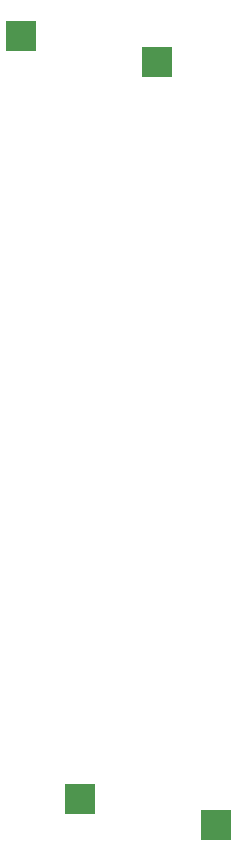
<source format=gbr>
G04 #@! TF.GenerationSoftware,KiCad,Pcbnew,9.0.2*
G04 #@! TF.CreationDate,2025-09-19T15:49:58-04:00*
G04 #@! TF.ProjectId,Trackball,54726163-6b62-4616-9c6c-2e6b69636164,rev?*
G04 #@! TF.SameCoordinates,Original*
G04 #@! TF.FileFunction,Paste,Bot*
G04 #@! TF.FilePolarity,Positive*
%FSLAX46Y46*%
G04 Gerber Fmt 4.6, Leading zero omitted, Abs format (unit mm)*
G04 Created by KiCad (PCBNEW 9.0.2) date 2025-09-19 15:49:58*
%MOMM*%
%LPD*%
G01*
G04 APERTURE LIST*
%ADD10R,2.600000X2.600000*%
G04 APERTURE END LIST*
D10*
X248293000Y-70366000D03*
X236743000Y-68166000D03*
X241743000Y-132784000D03*
X253293000Y-134984000D03*
M02*

</source>
